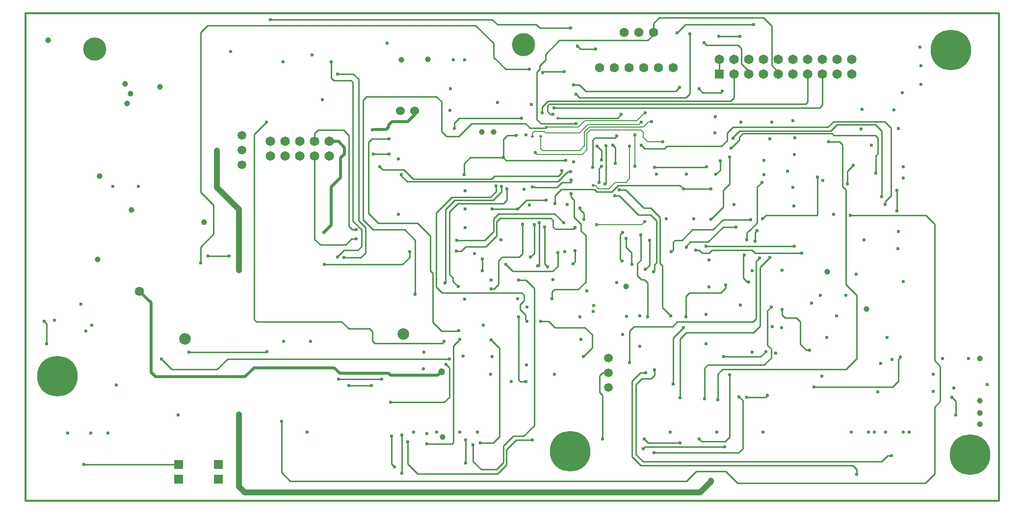
<source format=gbr>
G04 EasyPC Gerber Version 21.0.3 Build 4286 *
G04 #@! TF.Part,Single*
G04 #@! TF.FileFunction,Copper,L4,Bot *
G04 #@! TF.FilePolarity,Positive *
%FSLAX35Y35*%
%MOIN*%
G04 #@! TA.AperFunction,ComponentPad*
%ADD85R,0.06000X0.06000*%
%ADD81R,0.06496X0.06496*%
G04 #@! TD.AperFunction*
%ADD90C,0.00591*%
%ADD88C,0.00984*%
%ADD13C,0.01200*%
%ADD89C,0.01969*%
G04 #@! TA.AperFunction,ViaPad*
%ADD86C,0.02362*%
G04 #@! TA.AperFunction,ComponentPad*
%ADD79C,0.03937*%
G04 #@! TA.AperFunction,ViaPad*
%ADD91C,0.04724*%
G04 #@! TA.AperFunction,ComponentPad*
%ADD84C,0.05906*%
%ADD83C,0.06000*%
%ADD80C,0.06299*%
%ADD82C,0.06496*%
G04 #@! TA.AperFunction,ViaPad*
%ADD87C,0.07874*%
G04 #@! TA.AperFunction,WasherPad*
%ADD78C,0.15748*%
%ADD77C,0.27559*%
X0Y0D02*
D02*
D13*
X2573Y600D02*
X663990D01*
Y332096*
X2573*
Y600*
D02*
D77*
X24307Y85394D03*
X372733Y34213D03*
X631313Y306899D03*
X644305Y32096D03*
D02*
D78*
X49898Y307835D03*
X341156Y310836D03*
D02*
D79*
X17927Y313592D03*
X51785Y164773D03*
X52967Y221466D03*
X70289Y284065D03*
X71864Y270679D03*
X74226Y277372D03*
X74620Y198238D03*
X93911Y282096D03*
X124226Y189970D03*
X132888Y238789D02*
Y213592D01*
X147848Y198631*
Y157293*
X132888Y238789D03*
X147848Y59261D02*
Y10443D01*
X151785Y6506*
X461234*
X468321Y13592*
Y14380*
X147848Y59261D03*
Y157293D03*
X258085Y300206D03*
X276195Y300600D03*
X286037Y43907D03*
X312809Y251387D03*
X320683D03*
X410841Y146269D03*
X468321Y14380D03*
X547455Y156506D03*
X574226Y130915D03*
X650998Y52569D03*
Y60443D03*
Y68710D03*
Y97450D03*
D02*
D80*
X80132Y143120D03*
X392665Y294932D03*
X402665Y294864D03*
X409266Y319104D03*
X412665Y294932D03*
X419266Y319104D03*
X422652Y294932D03*
X429266Y319104D03*
X432665Y294932D03*
X442665D03*
D02*
D81*
X474226Y290757D03*
D02*
D82*
X169187Y234911D03*
Y244911D03*
X179187Y234911D03*
Y244911D03*
X189187Y234911D03*
Y244911D03*
X199187Y234911D03*
Y244911D03*
X209187Y234911D03*
Y244911D03*
X474226Y300757D03*
X484226Y290757D03*
Y300757D03*
X494226Y290757D03*
Y300757D03*
X504226Y290757D03*
Y300757D03*
X514226Y290757D03*
Y300757D03*
X524226Y290757D03*
Y300757D03*
X534226Y290757D03*
Y300757D03*
X544226Y290757D03*
Y300757D03*
X554226Y290757D03*
Y300757D03*
X564226Y290757D03*
Y300757D03*
D02*
D83*
X257297Y265561D03*
X267114D03*
D02*
D84*
X149593Y239091D03*
X149661Y229091D03*
Y249091D03*
X398792Y77700D03*
Y97700D03*
X398860Y87700D03*
D02*
D85*
X106904Y15403D03*
Y25403D03*
X133675Y15403D03*
Y25403D03*
D02*
D86*
X15565Y122647D03*
X17140Y107293D03*
X22514Y123474D03*
X31313Y46663D03*
X40368Y134458D03*
X42337Y25403D03*
X43774Y115994D03*
X47061Y46663D03*
X47848Y119931D03*
X58872Y46663D03*
X62022Y214380D03*
X64384Y79340D03*
X79344Y214380D03*
X95093Y97057D03*
X106510Y58868D03*
X113596Y101781D03*
X121667Y162411D03*
X126589Y167135D03*
X141156D03*
X141943Y306112D03*
X166352Y258080D03*
X166746Y102175D03*
X169108Y327765D03*
X176589Y54537D03*
X177770Y299025D03*
X178163Y108868D03*
X193911Y47450D03*
X196274Y108868D03*
X197455Y303750D03*
X204541Y273435D03*
X205329Y182883D03*
X205722Y161230D03*
X210447Y298848D03*
X214778Y166348D03*
Y290757D03*
X215565Y83277D03*
X219108Y165954D03*
X219502Y236427D03*
X222258Y78946D03*
X227376Y178553D03*
Y184852D03*
X237612Y78946D03*
X238400Y252569D03*
X239187Y236427D03*
X243518Y227765D03*
X244699Y83277D03*
X248242Y311624D03*
X249817Y236427D03*
Y246663D03*
X250604Y67529D03*
X251392Y44694D03*
X253360Y23828D03*
X256116Y195482D03*
Y232883D03*
X258085Y222254D03*
X258478Y19498D03*
Y45482D03*
X262415Y40757D03*
X263596Y169891D03*
X266352Y47450D03*
X267533Y141151D03*
X273045Y90364D03*
X273439Y101781D03*
X275407Y39183D03*
Y46269D03*
X282100Y47450D03*
X287219Y108868D03*
X287612Y148631D03*
X288400Y93513D03*
X290762Y97057D03*
X291156Y265954D03*
X291549Y280521D03*
X293518Y300206D03*
X293911Y253750D03*
X295486Y170285D03*
X295880Y177765D03*
X296667Y146269D03*
X297061Y116348D03*
X297848Y47450D03*
Y110443D03*
X300211Y99025D03*
X300604Y222254D03*
X300998Y137608D03*
Y300206D03*
X301392Y186427D03*
Y199025D03*
Y211230D03*
X301785Y26191D03*
Y41939D03*
X306904Y38789D03*
X307691Y168710D03*
X309659Y47450D03*
X311628Y39970D03*
X313006Y156899D03*
Y165167D03*
X313596Y119891D03*
X318715Y86820D03*
X319108Y110049D03*
Y144694D03*
Y150600D03*
X319896Y98631D03*
Y199025D03*
X322258Y214773D03*
X323439Y271466D03*
X325801Y178159D03*
X326195Y214380D03*
X327376Y233868D03*
X328951Y161230D03*
X329738Y212805D03*
X332888Y81702D03*
X336037Y249025D03*
X337219Y138002D03*
Y199025D03*
X337612Y125797D03*
Y150600D03*
X339581Y260836D03*
X340368Y188789D03*
X341549Y212411D03*
X342730Y81702D03*
Y249419D03*
X343124Y93120D03*
X343518Y122647D03*
Y132490D03*
X345093Y201781D03*
Y293907D03*
X345880Y166348D03*
X346274Y269891D03*
X347061Y41939D03*
Y213986D03*
X348242Y188395D03*
X349226Y237214D03*
X350801Y160443D03*
X351785Y189576D03*
X352573Y122647D03*
X353754Y264380D03*
X354148Y291545D03*
X355329Y186820D03*
X356510Y204931D03*
X357297Y159655D03*
X360447Y138002D03*
X361234Y150994D03*
Y263198D03*
X361628Y267529D03*
X362022Y86820D03*
X362415Y202529D03*
X364384Y169498D03*
X367140Y225009D03*
X368321Y189576D03*
X368715Y292332D03*
X369108Y169891D03*
X369896Y232096D03*
X370683Y202175D03*
X373045Y224222D03*
Y321860D03*
X373439Y209261D03*
Y218710D03*
X374620Y161624D03*
X375014Y230915D03*
Y283277D03*
X376195Y170679D03*
Y186427D03*
X376589Y256899D03*
Y276978D03*
X377770Y309655D03*
X379344Y125797D03*
Y199813D03*
X380132Y110443D03*
X381707Y98631D03*
X382100Y191939D03*
X384069Y143513D03*
X388006Y227372D03*
X388400Y129340D03*
X388793Y133474D03*
X389974Y307687D03*
X390762Y188395D03*
X391156Y241545D03*
X392337Y217135D03*
X393911Y228159D03*
Y232490D03*
X394699Y42726D03*
X396274Y215954D03*
X397061Y241939D03*
X401785Y242332D03*
X402967Y208080D03*
X403360Y230128D03*
X404541Y149025D03*
Y248631D03*
X406116Y212017D03*
X407297Y263198D03*
X408085Y163592D03*
X408478Y113592D03*
Y182883D03*
X410841Y178946D03*
X411234Y125994D03*
X413006Y94694D03*
X413203Y241545D03*
X414778Y161230D03*
X416746Y228159D03*
Y249419D03*
X420230Y105718D03*
Y126191D03*
X420880Y181309D03*
X421077Y242332D03*
Y258080D03*
X422258Y36033D03*
X423045Y42726D03*
X423439Y190364D03*
X423833Y158080D03*
Y264380D03*
X424226Y87608D03*
X425407Y125797D03*
X426589Y177765D03*
X428163Y258474D03*
X429344Y156506D03*
X429738Y33277D03*
X430132Y227372D03*
X430230Y89576D03*
X431313Y222647D03*
X435644Y244694D03*
X438006Y192332D03*
X440762Y47450D03*
X441156Y126191D03*
X441549Y169891D03*
X442730Y80128D03*
X445486Y318710D03*
X447061Y281702D03*
X447455Y39970D03*
Y70679D03*
X449817Y118317D03*
Y212529D03*
X451392Y125797D03*
X451785Y173041D03*
Y222647D03*
X454148Y317923D03*
X456904Y192332D03*
X458085Y171072D03*
X460250Y42726D03*
X460447Y280521D03*
X463793Y312017D03*
X464187Y69891D03*
X465171Y173828D03*
X465230Y107293D03*
Y127372D03*
X465565Y227529D03*
X467140Y146072D03*
Y164183D03*
X468321Y191939D03*
Y212529D03*
X471077Y250600D03*
X471470Y261624D03*
X471864Y222647D03*
X472258Y47450D03*
X473045Y69498D03*
X473833Y316348D03*
X474620Y231702D03*
X476195Y278946D03*
X476982Y98631D03*
X477770Y37214D03*
X478557Y147450D03*
X480919Y86427D03*
Y234458D03*
X482100Y240364D03*
X483281Y247057D03*
X484069Y202175D03*
X485250Y186820D03*
X487415Y71466D03*
X488203Y316348D03*
X488400Y133671D03*
X488793Y258080D03*
X491156Y167529D03*
X492730Y71072D03*
Y178159D03*
X493911Y149419D03*
X495486Y191545D03*
X496274Y101781D03*
Y156899D03*
X497455Y324222D03*
X498242Y176978D03*
X499817Y184458D03*
X501392Y165561D03*
X502967Y217135D03*
X503360Y192332D03*
X503754Y47450D03*
X504541Y222254D03*
Y232096D03*
X505722Y102175D03*
X506707Y72254D03*
X508478Y165954D03*
Y246663D03*
X509266Y132490D03*
X509659Y258080D03*
X510053Y119104D03*
X512415Y100994D03*
X516352Y118317D03*
X516746Y130521D03*
Y157293D03*
X520289Y224616D03*
X524226Y213592D03*
Y258868D03*
X524620Y200994D03*
X525014Y173828D03*
Y236033D03*
X525407Y247450D03*
X530132Y169104D03*
X535250Y102962D03*
X536825Y134852D03*
X538400Y78159D03*
X540762Y220679D03*
X542730Y140364D03*
X543715Y85246D03*
X544305Y218317D03*
X547061Y111624D03*
X548242Y244694D03*
X551738Y195482D03*
X553754Y126191D03*
X560053Y140364D03*
X561234Y215954D03*
X563203Y194694D03*
X563596Y47450D03*
X565171Y228553D03*
X567140Y154537D03*
X567533Y18710D03*
X570289Y253356D03*
X571077Y266742D03*
X572258Y178159D03*
X575407Y47450D03*
X577376Y242332D03*
X579344Y47450D03*
X580526Y223435D03*
X581707Y74616D03*
X583675Y93907D03*
X584463Y207293D03*
X586825Y202175D03*
X587219Y47450D03*
X588006Y111624D03*
X591156Y31309D03*
X591549Y96663D03*
X592730Y266348D03*
X594699Y197844D03*
Y211820D03*
X595486Y171860D03*
X595880Y183671D03*
Y253750D03*
X597061Y98238D03*
X598242Y278159D03*
X599030Y47450D03*
Y149813D03*
Y219891D03*
Y227765D03*
X602967Y47450D03*
X610447Y308868D03*
X611234Y283671D03*
Y296269D03*
X619502Y75009D03*
Y86820D03*
X625801Y97450D03*
X632100Y71072D03*
X633281Y77372D03*
X634856Y58868D03*
X643518Y97450D03*
X656116Y79734D03*
D02*
D87*
X111234Y110836D03*
X259266Y113986D03*
D02*
D88*
X17140Y107293D02*
Y121072D01*
X15565Y122647*
X42337Y25403D02*
X106904D01*
X113596Y101781D02*
X166746D01*
Y102175*
X121667Y162411D02*
Y173041D01*
X130526Y181899*
Y201584*
X121667Y210443*
Y319104*
X126392Y323828*
X308478*
X320683Y311624*
Y302175*
X328951Y293907*
X345093*
X126589Y167135D02*
X141156D01*
X166352Y258080D02*
X158085Y249813D01*
Y123828*
X159659Y122254*
X217533*
X222258Y117529*
X236431*
X238400Y115561*
Y109261*
X239974Y107687*
X286037*
X287219Y108868*
X176589Y54537D02*
Y19891D01*
X182494Y13986*
X451785*
X458478Y20679*
X478557*
X486431Y12805*
X613990*
X620289Y19104*
Y64380*
X624226Y68317*
Y91939*
X620289Y95876*
Y188789*
X614384Y194694*
X563203*
X199187Y244911D02*
Y250364D01*
X201392Y252569*
X218715*
X222258Y249025*
Y187214*
X224620Y184852*
X227376*
X205722Y161230D02*
X258872D01*
X263596Y165954*
Y169891*
X210447Y298848D02*
Y288002D01*
X212022Y286427*
X223833*
X225014Y285246*
Y190757*
X230919Y184852*
Y173435*
X228557Y171072*
X219108*
X214778Y166742*
Y166348*
Y290757D02*
X225407D01*
X228951Y287214*
Y191151*
X233675Y186427*
Y169104*
X230526Y165954*
X219108*
X227376Y178553D02*
X224226D01*
X220289Y174616*
X202967*
X199187Y178395*
Y234911*
X237612Y78946D02*
X222258D01*
X244699Y83277D02*
X215565D01*
X249817Y236427D02*
X239187D01*
X249817Y246663D02*
X238006D01*
X235644Y244301*
Y195876*
X242337Y189183*
X269108*
X277770Y180521*
Y156899*
X279344Y155324*
Y121860*
X285250Y115954*
X296667*
X297061Y116348*
X250604Y67529D02*
X287219D01*
X290762Y71072*
Y91151*
X288400Y93513*
X251392Y44694D02*
Y25797D01*
X253360Y23828*
X258478Y19498D02*
Y45482D01*
X267533Y141151D02*
Y177765D01*
X260447Y184852*
X238793*
X232100Y191545*
Y273041*
X234463Y275403*
X281707*
X285250Y271860*
Y251781*
X288793Y248238*
X297061*
X305722Y256899*
X342730*
X345486Y254143*
X356510*
X356904Y254537*
X275407Y39183D02*
X292337D01*
X293518Y40364*
Y106112*
X297848Y110443*
X290762Y97057D02*
X139974D01*
X132888Y89970*
X102179*
X95093Y97057*
X295486Y170285D02*
X298636D01*
X301785Y173435*
X315565*
X322652Y180521*
Y190364*
X325014Y192726*
X359659*
X361234Y191151*
Y186820*
X362809Y185246*
X375014*
X376195Y186427*
X295880Y177765D02*
X314778D01*
X320683Y183671*
Y192289*
X324226Y195832*
X362065*
X368321Y189576*
X301785Y26191D02*
Y41939D01*
X306904Y38789D02*
Y27372D01*
X312415Y21860*
X322652*
X327376Y26584*
Y38002*
X334069Y44694*
X341156*
X348242Y51781*
Y145088*
X342730Y150600*
X337612*
X311628Y39970D02*
X320486D01*
X324817Y44301*
Y104340*
X319108Y110049*
X313006Y165167D02*
Y156899D01*
X322258Y214773D02*
Y210836D01*
X318321Y206899*
X292337*
X281707Y196269*
Y145876*
X285644Y141939*
X339974*
X341549Y140364*
Y136820*
X338793Y134065*
Y130521*
X342337Y126978*
Y123828*
X343518Y122647*
X326195Y214380D02*
Y210836D01*
X320289Y204931*
X294305*
X288006Y198631*
Y149025*
X287612Y148631*
X327376Y233868D02*
X304738D01*
X300604Y229734*
Y222254*
X329738Y212805D02*
Y204931D01*
X327376Y202569*
X296274*
X290762Y197057*
Y154537*
X293124Y152175*
Y149813*
X296667Y146269*
X336037Y249025D02*
X330132D01*
X327376Y246269*
Y233868*
X337219Y199025D02*
X319896D01*
X339581Y260836D02*
X297455D01*
X293911Y257293*
Y253750*
X340368Y188789D02*
Y168710D01*
X338006Y166348*
X326589*
X324226Y163986*
Y147844*
X321077Y144694*
X319108*
X342730Y81702D02*
X338793D01*
X337612Y82883*
Y125797*
X347061Y41939D02*
X336037D01*
X329344Y35246*
Y25009*
X323439Y19104*
X269108*
X262415Y25797*
Y40757*
X347061Y213986D02*
X348242D01*
X348636Y213592*
X363596*
X367140Y217135*
X373439*
Y218710*
X348242Y188395D02*
Y168710D01*
X345880Y166348*
X351785Y189576D02*
Y160443D01*
X350801*
X352573Y122647D02*
X358085D01*
X362415Y118317*
X382888*
X387612Y113592*
Y104537*
X381707Y98631*
X355329Y186820D02*
Y161624D01*
X357297Y159655*
X356510Y204931D02*
X343124D01*
X337219Y199025*
X362415Y202529D02*
Y208080D01*
X366746Y212411*
X389187*
X390762Y210836*
X400998*
X405329Y215167*
X447179*
X449817Y212529*
X364384Y169498D02*
Y160069D01*
X360841Y156525*
X333656*
X328951Y161230*
X364384Y260836D02*
X404935D01*
X407297Y263198*
X367140Y225009D02*
Y223828D01*
X364778Y221466*
X321470*
X319502Y219498*
X265959*
X259659Y225797*
X245486*
X243518Y227765*
X368715Y292332D02*
X354935D01*
X354148Y291545*
X369896Y232096D02*
X329148D01*
X327376Y233868*
X373045Y224222D02*
X371077D01*
X364384Y217529*
X262022*
X258085Y221466*
Y222254*
X373045Y321860D02*
X352179D01*
X349817Y324222*
X323439*
X319896Y327765*
X169108*
X373439Y209261D02*
Y206899D01*
X375407Y204931*
Y193513*
X380132Y188789*
Y184065*
X383281Y180915*
Y149419*
X378163Y144301*
X362022*
X360447Y142726*
Y138002*
X376195Y170679D02*
Y163198D01*
X374620Y161624*
X376589Y256899D02*
X352967D01*
X350211Y259655*
Y291939*
X352179Y293907*
Y296269*
X356116Y300206*
Y304143*
X365565Y313592*
X425407*
X429266Y317450*
Y319104*
X379344Y199813D02*
Y198631D01*
X382100Y195876*
Y191939*
X383281Y278946D02*
X444305D01*
X447061Y281702*
X383281Y278946D02*
X378951Y283277D01*
X375014*
X388006Y227372D02*
Y245876D01*
X389581Y247450*
X403360*
X404541Y248631*
X389974Y307687D02*
X379738D01*
X377770Y309655*
X392337Y217135D02*
Y226584D01*
X393911Y228159*
Y232490D02*
Y238789D01*
X391156Y241545*
X394699Y42726D02*
Y72254D01*
X392730Y74222*
Y85639*
X394699Y87608*
X398768*
X398860Y87700*
X397061Y241939D02*
Y216742D01*
X396274Y215954*
X402967Y208080D02*
X406116D01*
X419108Y195088*
X427376*
X431313Y191151*
Y162411*
X430132Y161230*
Y157293*
X429344Y156506*
X403360Y230128D02*
Y240757D01*
X401785Y242332*
X406116Y212017D02*
X410447D01*
X422652Y199813*
X427376*
X433675Y193513*
Y162017*
X435250Y160443*
Y132096*
X441156Y126191*
X408478Y182883D02*
X408085D01*
X406904Y181702*
Y164773*
X408085Y163592*
X410841Y178946D02*
Y173041D01*
X414384Y169498*
Y161230*
X414778*
X413006Y94694D02*
Y116151D01*
X415959Y119104*
X442337*
X445486Y122254*
X497061*
X499030Y124222*
Y163198*
X501392Y165561*
X420880Y181309D02*
Y164183D01*
X418321Y161624*
Y153750*
X421077Y150994*
X423045*
X425407Y148631*
Y125797*
X424226Y87608D02*
X420289D01*
X414778Y82096*
Y30521*
X420683Y24616*
X564778*
X567533Y21860*
Y18710*
X426589Y177765D02*
Y160836D01*
X423833Y158080*
X429738Y33277D02*
X487219D01*
X489974Y36033*
Y68907*
X487415Y71466*
X430132Y227372D02*
X464778D01*
X464935Y227529*
X465565*
X430230Y89576D02*
Y86131D01*
X427770Y83671*
X421470*
X417533Y79734*
Y32096*
X422258Y27372*
X584463*
X588400Y31309*
X591156*
X442730Y80128D02*
Y111230D01*
X449817Y118317*
X445486Y318710D02*
X450998Y324222D01*
X497455*
X447455Y39970D02*
X425801D01*
X423045Y42726*
X447455Y70679D02*
Y110836D01*
X451785Y115167*
X497455*
X501785Y119498*
Y159261*
X508478Y165954*
X451392Y125797D02*
Y139576D01*
X453754Y141939*
X475014*
X478557Y145482*
Y147450*
X454148Y317923D02*
Y277372D01*
X451392Y274616*
X378951*
X376589Y276978*
X458085Y171072D02*
X460447D01*
X462415Y169104*
X467140*
X469108Y171072*
X496274*
X498242Y169104*
X530132*
X460447Y280521D02*
X462809Y278159D01*
X475407*
X476195Y278946*
X464187Y69891D02*
Y90954D01*
X466352Y93120*
X504541*
X509266Y97844*
Y104143*
X506904Y106506*
Y130128*
X509266Y132490*
X468321Y212529D02*
X449817D01*
X473045Y69498D02*
Y86820D01*
X476195Y89970*
X560053*
X567533Y97450*
Y140364*
X560053Y147844*
Y212017*
X557691Y214380*
Y242726*
X555722Y244694*
X548242*
X473833Y316348D02*
X488203D01*
X474226Y300757D02*
Y290757D01*
X474620Y231702D02*
Y225403D01*
X471864Y222647*
X476982Y98631D02*
X502179D01*
X505722Y102175*
X477770Y37214D02*
X423439D01*
X422258Y36033*
X480919Y86427D02*
Y43907D01*
X478163Y41151*
X461825*
X460250Y42726*
X480919Y234458D02*
Y215954D01*
X476589Y211624*
Y200206*
X468321Y191939*
X484226Y290757D02*
Y274773D01*
X481707Y272254*
X357691*
X353754Y268317*
Y264380*
X485250Y186820D02*
X476589D01*
X466352Y176584*
X454541*
X451785Y173828*
Y173041*
X492730Y71072D02*
X505526D01*
X506707Y72254*
X492730Y178159D02*
Y182883D01*
X494305Y184458*
X494699*
X499817Y189576*
Y213986*
X502967Y217135*
X493911Y149419D02*
X493124D01*
X490368Y152175*
Y166742*
X491156Y167529*
X494226Y290757D02*
Y292805D01*
X489187Y297844*
Y308080*
X486825Y310443*
X465368*
X463793Y312017*
X495486Y191545D02*
X476589D01*
X469896Y184852*
X455722*
X448636Y177765*
X443911*
X442730Y176584*
Y171072*
X441549Y169891*
X498242Y176978D02*
Y182883D01*
X499817Y184458*
X514226Y290757D02*
Y292096D01*
X509659Y296663*
Y323435*
X504148Y328946*
X433203*
X429266Y325009*
Y319104*
X516746Y130521D02*
Y126978D01*
X518715Y125009*
X526392*
X529148Y122254*
Y107096*
X533281Y102962*
X535250*
X525014Y173828D02*
X465171D01*
X534226Y290757D02*
Y271624D01*
X532888Y270285*
X358478*
X357297Y269104*
Y265167*
X359266Y263198*
X361234*
X538400Y78159D02*
X591707D01*
X595644Y82096*
Y96820*
X597061Y98238*
X540762Y220679D02*
Y195088D01*
X540368Y194694*
X505722*
X503360Y192332*
X544226Y290757D02*
Y269813D01*
X541943Y267529*
X361628*
X561234Y215954D02*
Y224616D01*
X565171Y228553*
X580526Y223435D02*
Y235246D01*
X581707Y236427*
Y247450*
X580132Y249025*
X551785*
X550604Y250206*
X489974*
X487612Y247844*
Y245876*
X482100Y240364*
X584463Y207293D02*
Y252175D01*
X580132Y256506*
X554148*
X549817Y252175*
X487612*
X483281Y247844*
Y247057*
X586825Y202175D02*
Y204143D01*
X590762Y208080*
Y254143*
X586431Y258474*
X551785*
X547848Y254537*
X483281*
X479344Y250600*
Y245482*
X475407Y241545*
X438400*
X436825Y239970*
X423439*
X421077Y242332*
X594699Y197844D02*
Y211820D01*
X634856Y58868D02*
Y68317D01*
X632100Y71072*
D02*
D89*
X209187Y244911D02*
X215348D01*
X219502Y240757*
Y236427*
X216746Y233671*
Y220285*
X210447Y213986*
Y188002*
X205329Y182883*
X267114Y265561D02*
Y263173D01*
X262415Y258474*
X251785*
X249423Y256112*
Y254537*
X247848Y252962*
X238793*
X238400Y252569*
X285250Y88395D02*
X282888Y86033D01*
X250604*
X249423Y87214*
X216352*
X212415Y91151*
X158085*
X151785Y84852*
X91156*
X88006Y88002*
Y135246*
X80132Y143120*
X347061Y248238D03*
X352573D03*
X356904Y254537D03*
X364384Y260836D03*
X388400Y215167D03*
D02*
D90*
X347061Y248238D02*
Y250600D01*
X348242Y251781*
X354935*
X356116Y250600*
X378951*
X384856Y256506*
X419502*
X421077Y258080*
X356904Y254537D02*
X378557D01*
X382888Y258868*
X417927*
X423439Y264380*
X423833*
X388400Y215167D02*
X389581D01*
X391943Y212805*
X399030*
X403360Y217135*
X410696*
X413203Y219642*
Y241545*
X390762Y188395D02*
X421470D01*
X423439Y190364*
X416746Y228159D02*
Y249419D01*
X428163Y258474D02*
X426195D01*
X422258Y254537*
X385644*
X382494Y251387*
Y241939*
X379344Y238789*
X353951*
X352573Y240167*
Y248238*
X435644Y244694D02*
X425407D01*
X422258Y247844*
Y250994*
X420683Y252569*
X386431*
X384069Y250206*
Y239183*
X380919Y236033*
X350407*
X349226Y237214*
D02*
D91*
X285250Y88395D03*
X0Y0D02*
M02*

</source>
